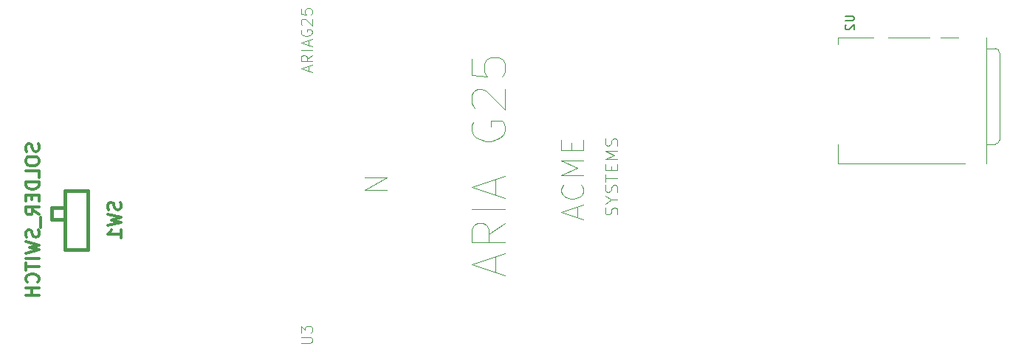
<source format=gbo>
G04 (created by PCBNEW (2014-01-10 BZR 4027)-stable) date Wed 15 Apr 2015 19:22:48 CEST*
%MOIN*%
G04 Gerber Fmt 3.4, Leading zero omitted, Abs format*
%FSLAX34Y34*%
G01*
G70*
G90*
G04 APERTURE LIST*
%ADD10C,0.00590551*%
%ADD11C,0.015*%
%ADD12C,0.0039*%
%ADD13C,0.0035*%
%ADD14C,0.012*%
%ADD15C,0.008*%
G04 APERTURE END LIST*
G54D10*
G54D11*
X70000Y-64761D02*
X69409Y-64761D01*
X69409Y-64761D02*
X69409Y-64249D01*
X69409Y-64249D02*
X70000Y-64249D01*
X70000Y-63461D02*
X71024Y-63461D01*
X71024Y-63461D02*
X71024Y-66139D01*
X71024Y-66139D02*
X70000Y-66139D01*
X70000Y-66139D02*
X70000Y-63461D01*
G54D12*
X107172Y-56543D02*
X109042Y-56543D01*
X104908Y-56543D02*
X106483Y-56543D01*
X112191Y-57231D02*
X112191Y-61169D01*
X111994Y-57035D02*
X111601Y-57035D01*
X111994Y-61365D02*
X111601Y-61365D01*
X111994Y-57034D02*
G75*
G02X112191Y-57231I0J-197D01*
G74*
G01*
X112190Y-61169D02*
G75*
G02X111994Y-61365I-196J0D01*
G74*
G01*
X104908Y-56543D02*
X104908Y-56838D01*
X110321Y-56543D02*
X109534Y-56543D01*
X111601Y-62251D02*
X111601Y-56543D01*
X104908Y-61365D02*
X104908Y-62251D01*
X104908Y-62251D02*
X110617Y-62251D01*
G54D13*
X80652Y-70380D02*
X81057Y-70380D01*
X81104Y-70357D01*
X81128Y-70333D01*
X81152Y-70285D01*
X81152Y-70190D01*
X81128Y-70142D01*
X81104Y-70119D01*
X81057Y-70095D01*
X80652Y-70095D01*
X80652Y-69904D02*
X80652Y-69595D01*
X80842Y-69761D01*
X80842Y-69690D01*
X80866Y-69642D01*
X80890Y-69619D01*
X80938Y-69595D01*
X81057Y-69595D01*
X81104Y-69619D01*
X81128Y-69642D01*
X81152Y-69690D01*
X81152Y-69833D01*
X81128Y-69880D01*
X81104Y-69904D01*
X81009Y-58078D02*
X81009Y-57840D01*
X81152Y-58126D02*
X80652Y-57959D01*
X81152Y-57792D01*
X81152Y-57340D02*
X80914Y-57507D01*
X81152Y-57626D02*
X80652Y-57626D01*
X80652Y-57435D01*
X80676Y-57388D01*
X80700Y-57364D01*
X80747Y-57340D01*
X80819Y-57340D01*
X80866Y-57364D01*
X80890Y-57388D01*
X80914Y-57435D01*
X80914Y-57626D01*
X81152Y-57126D02*
X80652Y-57126D01*
X81009Y-56911D02*
X81009Y-56673D01*
X81152Y-56959D02*
X80652Y-56792D01*
X81152Y-56626D01*
X80676Y-56197D02*
X80652Y-56245D01*
X80652Y-56316D01*
X80676Y-56388D01*
X80723Y-56435D01*
X80771Y-56459D01*
X80866Y-56483D01*
X80938Y-56483D01*
X81033Y-56459D01*
X81080Y-56435D01*
X81128Y-56388D01*
X81152Y-56316D01*
X81152Y-56269D01*
X81128Y-56197D01*
X81104Y-56173D01*
X80938Y-56173D01*
X80938Y-56269D01*
X80700Y-55983D02*
X80676Y-55959D01*
X80652Y-55911D01*
X80652Y-55792D01*
X80676Y-55745D01*
X80700Y-55721D01*
X80747Y-55697D01*
X80795Y-55697D01*
X80866Y-55721D01*
X81152Y-56007D01*
X81152Y-55697D01*
X80652Y-55245D02*
X80652Y-55483D01*
X80890Y-55507D01*
X80866Y-55483D01*
X80842Y-55435D01*
X80842Y-55316D01*
X80866Y-55269D01*
X80890Y-55245D01*
X80938Y-55221D01*
X81057Y-55221D01*
X81104Y-55245D01*
X81128Y-55269D01*
X81152Y-55316D01*
X81152Y-55435D01*
X81128Y-55483D01*
X81104Y-55507D01*
X89428Y-67157D02*
X89428Y-66442D01*
X89857Y-67299D02*
X88357Y-66799D01*
X89857Y-66299D01*
X89857Y-64942D02*
X89142Y-65442D01*
X89857Y-65799D02*
X88357Y-65799D01*
X88357Y-65228D01*
X88428Y-65085D01*
X88500Y-65014D01*
X88642Y-64942D01*
X88857Y-64942D01*
X89000Y-65014D01*
X89071Y-65085D01*
X89142Y-65228D01*
X89142Y-65799D01*
X89857Y-64299D02*
X88357Y-64299D01*
X89428Y-63657D02*
X89428Y-62942D01*
X89857Y-63799D02*
X88357Y-63299D01*
X89857Y-62799D01*
X88428Y-60371D02*
X88357Y-60514D01*
X88357Y-60728D01*
X88428Y-60942D01*
X88571Y-61085D01*
X88714Y-61157D01*
X89000Y-61228D01*
X89214Y-61228D01*
X89500Y-61157D01*
X89642Y-61085D01*
X89785Y-60942D01*
X89857Y-60728D01*
X89857Y-60585D01*
X89785Y-60371D01*
X89714Y-60299D01*
X89214Y-60299D01*
X89214Y-60585D01*
X88500Y-59728D02*
X88428Y-59657D01*
X88357Y-59514D01*
X88357Y-59157D01*
X88428Y-59014D01*
X88500Y-58942D01*
X88642Y-58871D01*
X88785Y-58871D01*
X89000Y-58942D01*
X89857Y-59799D01*
X89857Y-58871D01*
X88357Y-57514D02*
X88357Y-58228D01*
X89071Y-58300D01*
X89000Y-58228D01*
X88928Y-58085D01*
X88928Y-57728D01*
X89000Y-57585D01*
X89071Y-57514D01*
X89214Y-57442D01*
X89571Y-57442D01*
X89714Y-57514D01*
X89785Y-57585D01*
X89857Y-57728D01*
X89857Y-58085D01*
X89785Y-58228D01*
X89714Y-58300D01*
X93119Y-64692D02*
X93119Y-64216D01*
X93404Y-64788D02*
X92404Y-64454D01*
X93404Y-64121D01*
X93309Y-63216D02*
X93357Y-63264D01*
X93404Y-63407D01*
X93404Y-63502D01*
X93357Y-63645D01*
X93261Y-63740D01*
X93166Y-63788D01*
X92976Y-63835D01*
X92833Y-63835D01*
X92642Y-63788D01*
X92547Y-63740D01*
X92452Y-63645D01*
X92404Y-63502D01*
X92404Y-63407D01*
X92452Y-63264D01*
X92500Y-63216D01*
X93404Y-62788D02*
X92404Y-62788D01*
X93119Y-62454D01*
X92404Y-62121D01*
X93404Y-62121D01*
X92880Y-61645D02*
X92880Y-61311D01*
X93404Y-61169D02*
X93404Y-61645D01*
X92404Y-61645D01*
X92404Y-61169D01*
X94920Y-64560D02*
X94946Y-64480D01*
X94946Y-64346D01*
X94920Y-64293D01*
X94893Y-64266D01*
X94840Y-64240D01*
X94786Y-64240D01*
X94733Y-64266D01*
X94706Y-64293D01*
X94680Y-64346D01*
X94653Y-64453D01*
X94626Y-64506D01*
X94600Y-64533D01*
X94546Y-64560D01*
X94493Y-64560D01*
X94440Y-64533D01*
X94413Y-64506D01*
X94386Y-64453D01*
X94386Y-64320D01*
X94413Y-64240D01*
X94680Y-63893D02*
X94946Y-63893D01*
X94386Y-64079D02*
X94680Y-63893D01*
X94386Y-63706D01*
X94920Y-63546D02*
X94946Y-63466D01*
X94946Y-63333D01*
X94920Y-63279D01*
X94893Y-63253D01*
X94840Y-63226D01*
X94786Y-63226D01*
X94733Y-63253D01*
X94706Y-63279D01*
X94680Y-63333D01*
X94653Y-63439D01*
X94626Y-63493D01*
X94600Y-63519D01*
X94546Y-63546D01*
X94493Y-63546D01*
X94440Y-63519D01*
X94413Y-63493D01*
X94386Y-63439D01*
X94386Y-63306D01*
X94413Y-63226D01*
X94386Y-63066D02*
X94386Y-62746D01*
X94946Y-62906D02*
X94386Y-62906D01*
X94653Y-62559D02*
X94653Y-62373D01*
X94946Y-62293D02*
X94946Y-62559D01*
X94386Y-62559D01*
X94386Y-62293D01*
X94946Y-62053D02*
X94386Y-62053D01*
X94786Y-61866D01*
X94386Y-61680D01*
X94946Y-61680D01*
X94920Y-61440D02*
X94946Y-61360D01*
X94946Y-61226D01*
X94920Y-61173D01*
X94893Y-61146D01*
X94840Y-61120D01*
X94786Y-61120D01*
X94733Y-61146D01*
X94706Y-61173D01*
X94680Y-61226D01*
X94653Y-61333D01*
X94626Y-61386D01*
X94600Y-61413D01*
X94546Y-61440D01*
X94493Y-61440D01*
X94440Y-61413D01*
X94413Y-61386D01*
X94386Y-61333D01*
X94386Y-61200D01*
X94413Y-61120D01*
X84529Y-63460D02*
X83529Y-63460D01*
X84529Y-62889D01*
X83529Y-62889D01*
G54D14*
X72497Y-64000D02*
X72525Y-64085D01*
X72525Y-64228D01*
X72497Y-64285D01*
X72468Y-64314D01*
X72411Y-64342D01*
X72354Y-64342D01*
X72297Y-64314D01*
X72268Y-64285D01*
X72240Y-64228D01*
X72211Y-64114D01*
X72183Y-64057D01*
X72154Y-64028D01*
X72097Y-64000D01*
X72040Y-64000D01*
X71983Y-64028D01*
X71954Y-64057D01*
X71925Y-64114D01*
X71925Y-64257D01*
X71954Y-64342D01*
X71925Y-64542D02*
X72525Y-64685D01*
X72097Y-64800D01*
X72525Y-64914D01*
X71925Y-65057D01*
X72525Y-65600D02*
X72525Y-65257D01*
X72525Y-65428D02*
X71925Y-65428D01*
X72011Y-65371D01*
X72068Y-65314D01*
X72097Y-65257D01*
X68797Y-61357D02*
X68825Y-61442D01*
X68825Y-61585D01*
X68797Y-61642D01*
X68768Y-61671D01*
X68711Y-61700D01*
X68654Y-61700D01*
X68597Y-61671D01*
X68568Y-61642D01*
X68540Y-61585D01*
X68511Y-61471D01*
X68483Y-61414D01*
X68454Y-61385D01*
X68397Y-61357D01*
X68340Y-61357D01*
X68283Y-61385D01*
X68254Y-61414D01*
X68225Y-61471D01*
X68225Y-61614D01*
X68254Y-61700D01*
X68225Y-62071D02*
X68225Y-62185D01*
X68254Y-62242D01*
X68311Y-62300D01*
X68425Y-62328D01*
X68625Y-62328D01*
X68740Y-62300D01*
X68797Y-62242D01*
X68825Y-62185D01*
X68825Y-62071D01*
X68797Y-62014D01*
X68740Y-61957D01*
X68625Y-61928D01*
X68425Y-61928D01*
X68311Y-61957D01*
X68254Y-62014D01*
X68225Y-62071D01*
X68825Y-62871D02*
X68825Y-62585D01*
X68225Y-62585D01*
X68825Y-63071D02*
X68225Y-63071D01*
X68225Y-63214D01*
X68254Y-63300D01*
X68311Y-63357D01*
X68368Y-63385D01*
X68483Y-63414D01*
X68568Y-63414D01*
X68683Y-63385D01*
X68740Y-63357D01*
X68797Y-63300D01*
X68825Y-63214D01*
X68825Y-63071D01*
X68511Y-63671D02*
X68511Y-63871D01*
X68825Y-63957D02*
X68825Y-63671D01*
X68225Y-63671D01*
X68225Y-63957D01*
X68825Y-64557D02*
X68540Y-64357D01*
X68825Y-64214D02*
X68225Y-64214D01*
X68225Y-64442D01*
X68254Y-64500D01*
X68283Y-64528D01*
X68340Y-64557D01*
X68425Y-64557D01*
X68483Y-64528D01*
X68511Y-64500D01*
X68540Y-64442D01*
X68540Y-64214D01*
X68883Y-64671D02*
X68883Y-65128D01*
X68797Y-65242D02*
X68825Y-65328D01*
X68825Y-65471D01*
X68797Y-65528D01*
X68768Y-65557D01*
X68711Y-65585D01*
X68654Y-65585D01*
X68597Y-65557D01*
X68568Y-65528D01*
X68540Y-65471D01*
X68511Y-65357D01*
X68483Y-65300D01*
X68454Y-65271D01*
X68397Y-65242D01*
X68340Y-65242D01*
X68283Y-65271D01*
X68254Y-65300D01*
X68225Y-65357D01*
X68225Y-65500D01*
X68254Y-65585D01*
X68225Y-65785D02*
X68825Y-65928D01*
X68397Y-66042D01*
X68825Y-66157D01*
X68225Y-66300D01*
X68825Y-66528D02*
X68225Y-66528D01*
X68225Y-66728D02*
X68225Y-67071D01*
X68825Y-66900D02*
X68225Y-66900D01*
X68768Y-67614D02*
X68797Y-67585D01*
X68825Y-67500D01*
X68825Y-67442D01*
X68797Y-67357D01*
X68740Y-67300D01*
X68683Y-67271D01*
X68568Y-67242D01*
X68483Y-67242D01*
X68368Y-67271D01*
X68311Y-67300D01*
X68254Y-67357D01*
X68225Y-67442D01*
X68225Y-67500D01*
X68254Y-67585D01*
X68283Y-67614D01*
X68825Y-67871D02*
X68225Y-67871D01*
X68511Y-67871D02*
X68511Y-68214D01*
X68825Y-68214D02*
X68225Y-68214D01*
G54D15*
X105215Y-55563D02*
X105539Y-55563D01*
X105577Y-55582D01*
X105596Y-55601D01*
X105615Y-55639D01*
X105615Y-55715D01*
X105596Y-55753D01*
X105577Y-55772D01*
X105539Y-55791D01*
X105215Y-55791D01*
X105254Y-55963D02*
X105234Y-55982D01*
X105215Y-56020D01*
X105215Y-56115D01*
X105234Y-56153D01*
X105254Y-56172D01*
X105292Y-56191D01*
X105330Y-56191D01*
X105387Y-56172D01*
X105615Y-55944D01*
X105615Y-56191D01*
M02*

</source>
